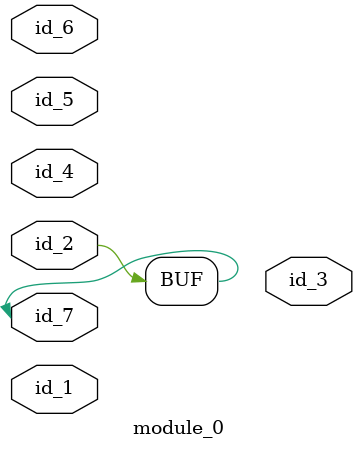
<source format=v>
module module_0 (
    id_1,
    id_2,
    id_3,
    id_4,
    id_5,
    id_6,
    id_7
);
  inout id_7;
  input id_6;
  inout id_5;
  input id_4;
  output id_3;
  input id_2;
  input id_1;
  assign id_7[""] = id_2;
endmodule

</source>
